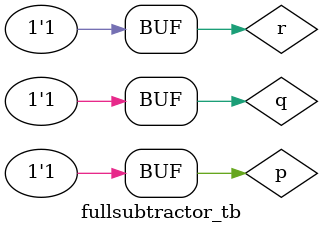
<source format=v>
module fullsubtractor_dl(a, b, cin, dif, borrow);
input a, b, cin;
output dif, borrow;
assign dif=a^b^cin;
assign borrow=(cin&(a^~b)|~a&b);
endmodule

module fullsubtractor_tb;
reg p, q, r;
wire d, b;
fullsubtractor_dl f1(p, q, r, d, b);
initial
begin
    p=1'b0;
    q=1'b0;
    r=1'b0;
    $monitor("Time=%0t a=%b b=%b cin=%b dif=%b borrow=%b", $time, p, q, r, d, b);
    #5 p=1'b0; q=1'b0; r=1'b0;
    #5 p=1'b0; q=1'b0; r=1'b1;
    #5 p=1'b0; q=1'b1; r=1'b0;
    #5 p=1'b0; q=1'b1; r=1'b1;
    #5 p=1'b1; q=1'b0; r=1'b0;
    #5 p=1'b1; q=1'b0; r=1'b1;
    #5 p=1'b1; q=1'b1; r=1'b0;
    #5 p=1'b1; q=1'b1; r=1'b1;
end
endmodule
</source>
